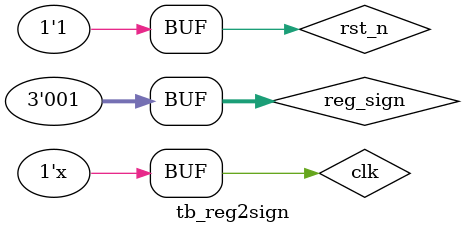
<source format=v>
`timescale 1ns/1ns
module tb_reg2sign;

    reg               clk         ;
    reg               rst_n       ;
    reg  [2:0]        reg_sign    ;
    wire              flag_sign   ;



    initial begin
        clk <= 1'b0;
        rst_n <= 1'b0;
        reg_sign <= 3'd0;
        #200
        rst_n <= 1'b1;
        #80
        reg_sign <=3'd2;
        #120
        reg_sign <=3'd3;
        #160
        reg_sign <=3'd0;
        #120
        reg_sign <=3'd5;
        #80
        reg_sign <=3'd4;
        #100
        reg_sign <=3'd1;
    end

    always #10 clk <= ~clk;


    reg2sign #(3) tb_reg2sign_inst 
    (
    .clk       (clk)  ,
    .rst_n     (rst_n)  ,
    .reg_sign  (reg_sign)  ,
    .flag_sign (flag_sign)     
    );
endmodule
</source>
